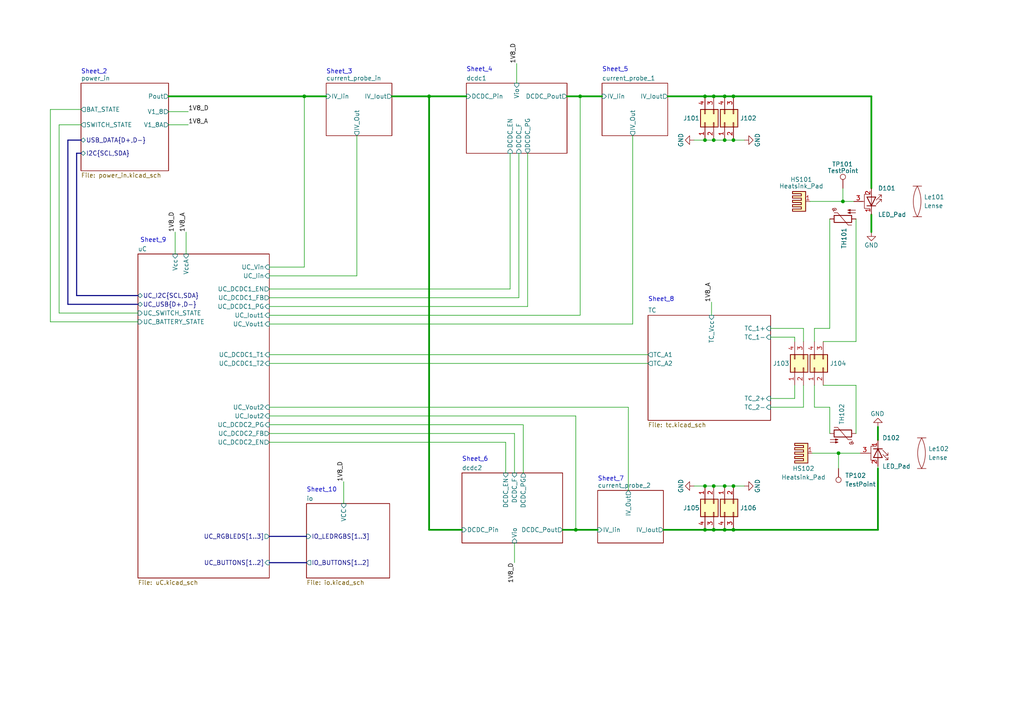
<source format=kicad_sch>
(kicad_sch (version 20211123) (generator eeschema)
  (paper "A4")
  (lib_symbols
    (symbol "Connector:TestPoint" (pin_numbers hide) (pin_names (offset 0.762) hide)
      (property "Reference" "TP" (at 0 6.858 0))
      (property "Value" "TestPoint" (at 0 5.08 0))
      (symbol "TestPoint_0_1"
        (circle (center 0 3.302) (radius 0.762))
      )
      (symbol "TestPoint_1_1"
        (pin passive line (at 0 0 90) (length 2.54) (name "1") (number "1"))
      )
    )
    (symbol "Connector_Generic:Conn_02x02_Counter_Clockwise" (pin_names (offset 1.016) hide)
      (property "Reference" "J" (at 1.27 2.54 0))
      (property "Value" "Conn_02x02_Counter_Clockwise" (at 1.27 -5.08 0))
      (symbol "Conn_02x02_Counter_Clockwise_1_1"
        (rectangle (start -1.27 -2.413) (end 0 -2.667) (stroke (width 0.1524)))
        (rectangle (start -1.27 0.127) (end 0 -0.127) (stroke (width 0.1524)))
        (rectangle (start -1.27 1.27) (end 3.81 -3.81) (stroke (width 0.254)) (fill (type background)))
        (rectangle (start 3.81 -2.413) (end 2.54 -2.667) (stroke (width 0.1524)))
        (rectangle (start 3.81 0.127) (end 2.54 -0.127) (stroke (width 0.1524)))
        (pin passive line (at -5.08 0 0) (length 3.81) (name "Pin_1") (number "1"))
        (pin passive line (at -5.08 -2.54 0) (length 3.81) (name "Pin_2") (number "2"))
        (pin passive line (at 7.62 -2.54 180) (length 3.81) (name "Pin_3") (number "3"))
        (pin passive line (at 7.62 0 180) (length 3.81) (name "Pin_4") (number "4"))
      )
    )
    (symbol "Device:LED_Pad" (pin_names (offset 1.016) hide)
      (property "Reference" "D" (at 0 5.715 0))
      (property "Value" "LED_Pad" (at 0 3.81 0))
      (symbol "LED_Pad_0_1"
        (polyline (pts (xy -1.27 -1.27) (xy -1.27 1.27)) (stroke (width 0.254)))
        (polyline (pts (xy -1.27 0) (xy 1.27 0)))
        (polyline (pts (xy 0 -2.54) (xy 0 -2.032)))
        (polyline (pts (xy -2.032 -0.508) (xy -2.032 -2.032) (xy 2.032 -2.032) (xy 2.032 -0.508)))
        (polyline (pts (xy 1.27 -1.27) (xy 1.27 1.27) (xy -1.27 0) (xy 1.27 -1.27)) (stroke (width 0.254)))
        (polyline (pts (xy -0.889 1.397) (xy 0.635 2.921) (xy -0.127 2.921) (xy 0.635 2.921) (xy 0.635 2.159)))
        (polyline (pts (xy 0.381 1.397) (xy 1.905 2.921) (xy 1.143 2.921) (xy 1.905 2.921) (xy 1.905 2.159)))
      )
      (symbol "LED_Pad_1_1"
        (pin passive line (at -3.81 0 0) (length 2.54) (name "K") (number "1"))
        (pin passive line (at 3.81 0 180) (length 2.54) (name "A") (number "2"))
        (pin passive line (at 0 -5.08 90) (length 2.54) (name "PAD") (number "3"))
      )
    )
    (symbol "Device:Thermistor_PTC" (pin_numbers hide) (pin_names (offset 0))
      (property "Reference" "TH" (at -4.064 0 90))
      (property "Value" "Thermistor_PTC" (at 3.048 0 90))
      (symbol "Thermistor_PTC_0_1"
        (arc (start -3.048 2.159) (mid -3.0495 2.3143) (end -3.175 2.413))
        (arc (start -3.048 2.159) (mid -2.9736 1.9794) (end -2.794 1.905))
        (arc (start -3.048 2.794) (mid -2.9736 2.6144) (end -2.794 2.54))
        (arc (start -2.794 1.905) (mid -2.6144 1.9794) (end -2.54 2.159))
        (arc (start -2.794 2.54) (mid -2.4393 2.5587) (end -2.159 2.794))
        (arc (start -2.794 3.048) (mid -2.9736 2.9736) (end -3.048 2.794))
        (arc (start -2.54 2.794) (mid -2.6144 2.9736) (end -2.794 3.048))
        (rectangle (start -1.016 2.54) (end 1.016 -2.54) (stroke (width 0.254)))
        (polyline (pts (xy -2.54 2.159) (xy -2.54 2.794)))
        (polyline (pts (xy -1.778 2.54) (xy -1.778 1.524) (xy 1.778 -1.524) (xy 1.778 -2.54)))
        (polyline (pts (xy -2.54 -3.683) (xy -2.54 -1.397) (xy -2.794 -2.159) (xy -2.286 -2.159) (xy -2.54 -1.397) (xy -2.54 -1.651)) (fill (type outline)))
        (polyline (pts (xy -1.778 -3.683) (xy -1.778 -1.397) (xy -2.032 -2.159) (xy -1.524 -2.159) (xy -1.778 -1.397) (xy -1.778 -1.651)) (fill (type outline)))
      )
      (symbol "Thermistor_PTC_1_1"
        (pin passive line (at 0 3.81 270) (length 1.27) (name "~") (number "1"))
        (pin passive line (at 0 -3.81 90) (length 1.27) (name "~") (number "2"))
      )
    )
    (symbol "Mechanical:Heatsink_Pad" (pin_names (offset 0))
      (property "Reference" "HS" (at 0 5.715 0))
      (property "Value" "Heatsink_Pad" (at 0 3.81 0))
      (symbol "Heatsink_Pad_0_1"
        (polyline (pts (xy -0.3302 0) (xy -0.9652 0) (xy -0.9652 2.54) (xy -1.6002 2.54) (xy -1.6002 0) (xy -2.2352 0) (xy -2.2352 2.54) (xy -2.8702 2.54) (xy -2.8702 -1.27) (xy -0.9652 -1.27)) (stroke (width 0.254)) (fill (type background)))
        (polyline (pts (xy -0.3302 0) (xy -0.3302 2.54) (xy 0.3048 2.54) (xy 0.3048 0) (xy 0.9398 0) (xy 0.9398 2.54) (xy 1.5748 2.54) (xy 1.5748 0) (xy 2.2098 0) (xy 2.2098 2.54) (xy 2.8448 2.54) (xy 2.8448 -1.27) (xy -0.9652 -1.27)) (stroke (width 0.254)) (fill (type background)))
      )
      (symbol "Heatsink_Pad_1_1"
        (pin passive line (at 0 -2.54 90) (length 1.27) (name "~") (number "1"))
      )
    )
    (symbol "lamp_devboard_lib:Lense"
      (property "Reference" "Le" (at -2.54 5.715 0))
      (property "Value" "Lense" (at 3.175 5.715 0))
      (symbol "Lense_0_1"
        (arc (start 0 -4.445) (mid 1.0546 0) (end 0 4.445))
        (polyline (pts (xy -1.27 -4.445) (xy 1.27 -4.445)))
        (polyline (pts (xy -1.27 4.445) (xy 1.27 4.445)) (fill (type background)))
        (arc (start 0 4.445) (mid -1.1668 0) (end 0 -4.445))
      )
    )
    (symbol "power:GND" (power) (pin_names (offset 0))
      (property "Value" "GND" (at 0 -3.81 0))
      (symbol "GND_0_1"
        (polyline (pts (xy 0 0) (xy 0 -1.27) (xy 1.27 -1.27) (xy 0 -2.54) (xy -1.27 -1.27) (xy 0 -1.27)))
      )
      (symbol "GND_1_1"
        (pin power_in line (at 0 0 270) (length 0) hide (name "GND") (number "1"))
      )
    )
  )
  (junction (at 210.185 27.94))
  (junction (at 167.005 153.67))
  (junction (at 212.725 140.97))
  (junction (at 212.725 153.67))
  (junction (at 168.275 27.94))
  (junction (at 207.01 153.67))
  (junction (at 212.725 27.94))
  (junction (at 243.205 131.445))
  (junction (at 210.185 153.67))
  (junction (at 210.185 40.64))
  (junction (at 207.01 140.97))
  (junction (at 88.265 27.94))
  (junction (at 124.46 27.94))
  (junction (at 207.01 27.94))
  (junction (at 204.47 27.94))
  (junction (at 244.475 58.42))
  (junction (at 210.185 140.97))
  (junction (at 207.01 40.64))
  (junction (at 212.725 40.64))
  (junction (at 204.47 153.67))
  (junction (at 204.47 140.97))
  (junction (at 204.47 40.64))
  (wire (pts (xy 14.605 93.345) (xy 40.005 93.345)))
  (wire (pts (xy 150.495 44.45) (xy 150.495 86.36)))
  (wire (pts (xy 192.405 153.67) (xy 204.47 153.67)) (stroke (width 0.5)))
  (wire (pts (xy 210.185 27.94) (xy 212.725 27.94)) (stroke (width 0.5)))
  (wire (pts (xy 78.105 88.9) (xy 153.035 88.9)))
  (wire (pts (xy 147.955 83.82) (xy 147.955 44.45)))
  (wire (pts (xy 236.22 111.76) (xy 236.22 118.11)))
  (wire (pts (xy 167.005 153.67) (xy 173.355 153.67)) (stroke (width 0.5)))
  (bus (pts (xy 78.105 155.575) (xy 88.9 155.575)))
  (wire (pts (xy 201.295 40.64) (xy 204.47 40.64)))
  (wire (pts (xy 48.895 36.195) (xy 54.61 36.195)))
  (wire (pts (xy 124.46 27.94) (xy 135.255 27.94)) (stroke (width 0.5)))
  (wire (pts (xy 212.725 153.67) (xy 254.635 153.67)) (stroke (width 0.5)))
  (wire (pts (xy 240.665 63.5) (xy 240.665 95.25)))
  (bus (pts (xy 78.105 163.195) (xy 88.9 163.195)))
  (bus (pts (xy 23.495 44.45) (xy 22.225 44.45)))
  (wire (pts (xy 193.675 27.94) (xy 204.47 27.94)) (stroke (width 0.5)))
  (wire (pts (xy 78.105 118.11) (xy 182.245 118.11)))
  (wire (pts (xy 78.105 125.73) (xy 149.225 125.73)))
  (wire (pts (xy 78.105 77.47) (xy 88.265 77.47)))
  (wire (pts (xy 88.265 77.47) (xy 88.265 27.94)))
  (wire (pts (xy 113.665 27.94) (xy 124.46 27.94)) (stroke (width 0.5)))
  (bus (pts (xy 19.685 88.265) (xy 40.005 88.265)))
  (wire (pts (xy 23.495 36.195) (xy 17.145 36.195)))
  (wire (pts (xy 252.73 62.23) (xy 252.73 67.31)) (stroke (width 0.5)))
  (wire (pts (xy 207.01 153.67) (xy 210.185 153.67)) (stroke (width 0.5)))
  (wire (pts (xy 207.01 27.94) (xy 210.185 27.94)) (stroke (width 0.5)))
  (wire (pts (xy 167.005 120.65) (xy 167.005 153.67)))
  (wire (pts (xy 210.185 153.67) (xy 212.725 153.67)) (stroke (width 0.5)))
  (wire (pts (xy 124.46 27.94) (xy 124.46 153.67)) (stroke (width 0.5)))
  (wire (pts (xy 78.105 120.65) (xy 167.005 120.65)))
  (wire (pts (xy 48.895 32.385) (xy 54.61 32.385)))
  (wire (pts (xy 149.225 157.48) (xy 149.225 163.195)))
  (wire (pts (xy 248.285 111.76) (xy 248.285 125.73)))
  (wire (pts (xy 204.47 27.94) (xy 207.01 27.94)) (stroke (width 0.5)))
  (wire (pts (xy 124.46 153.67) (xy 133.985 153.67)) (stroke (width 0.5)))
  (wire (pts (xy 254.635 153.67) (xy 254.635 135.89)) (stroke (width 0.5)))
  (wire (pts (xy 88.265 27.94) (xy 94.615 27.94)) (stroke (width 0.5)))
  (wire (pts (xy 243.205 131.445) (xy 249.555 131.445)))
  (wire (pts (xy 183.515 39.37) (xy 183.515 93.98)))
  (wire (pts (xy 146.685 128.27) (xy 146.685 137.16)))
  (wire (pts (xy 78.105 102.87) (xy 187.96 102.87)))
  (wire (pts (xy 230.505 97.79) (xy 223.52 97.79)))
  (wire (pts (xy 99.695 146.05) (xy 99.695 139.7)))
  (wire (pts (xy 240.665 118.11) (xy 240.665 125.73)))
  (wire (pts (xy 233.045 118.11) (xy 223.52 118.11)))
  (wire (pts (xy 204.47 40.64) (xy 207.01 40.64)))
  (wire (pts (xy 168.275 27.94) (xy 168.275 91.44)))
  (wire (pts (xy 252.73 27.94) (xy 252.73 54.61)) (stroke (width 0.5)))
  (wire (pts (xy 248.285 63.5) (xy 248.285 99.06)))
  (wire (pts (xy 243.205 131.445) (xy 235.585 131.445)))
  (wire (pts (xy 149.225 125.73) (xy 149.225 137.16)))
  (wire (pts (xy 254.635 123.825) (xy 254.635 127.635)) (stroke (width 0.5)))
  (wire (pts (xy 230.505 99.06) (xy 230.505 97.79)))
  (wire (pts (xy 210.185 40.64) (xy 212.725 40.64)))
  (wire (pts (xy 254.635 135.89) (xy 254.635 135.255)))
  (wire (pts (xy 153.035 44.45) (xy 153.035 88.9)))
  (wire (pts (xy 201.295 140.97) (xy 204.47 140.97)))
  (wire (pts (xy 17.145 36.195) (xy 17.145 90.805)))
  (wire (pts (xy 244.475 58.42) (xy 234.95 58.42)))
  (wire (pts (xy 48.895 27.94) (xy 88.265 27.94)) (stroke (width 0.5)))
  (wire (pts (xy 207.01 40.64) (xy 210.185 40.64)))
  (wire (pts (xy 206.375 87.63) (xy 206.375 91.44)))
  (wire (pts (xy 204.47 140.97) (xy 207.01 140.97)))
  (wire (pts (xy 14.605 31.75) (xy 14.605 93.345)))
  (wire (pts (xy 212.725 27.94) (xy 252.73 27.94)) (stroke (width 0.5)))
  (wire (pts (xy 233.045 111.76) (xy 233.045 118.11)))
  (wire (pts (xy 163.195 153.67) (xy 167.005 153.67)) (stroke (width 0.5)))
  (wire (pts (xy 50.8 73.66) (xy 50.8 67.31)))
  (wire (pts (xy 149.86 24.13) (xy 149.86 18.415)))
  (wire (pts (xy 238.76 111.76) (xy 248.285 111.76)))
  (wire (pts (xy 53.975 73.66) (xy 53.975 67.31)))
  (wire (pts (xy 230.505 111.76) (xy 230.505 115.57)))
  (wire (pts (xy 212.725 140.97) (xy 215.9 140.97)))
  (wire (pts (xy 212.725 40.64) (xy 215.9 40.64)))
  (wire (pts (xy 151.765 123.19) (xy 151.765 137.16)))
  (wire (pts (xy 78.105 93.98) (xy 183.515 93.98)))
  (wire (pts (xy 236.22 95.25) (xy 240.665 95.25)))
  (wire (pts (xy 103.505 39.37) (xy 103.505 80.01)))
  (wire (pts (xy 204.47 153.67) (xy 207.01 153.67)) (stroke (width 0.5)))
  (wire (pts (xy 243.205 131.445) (xy 243.205 135.89)))
  (wire (pts (xy 78.105 105.41) (xy 187.96 105.41)))
  (wire (pts (xy 78.105 86.36) (xy 150.495 86.36)))
  (wire (pts (xy 207.01 140.97) (xy 210.185 140.97)))
  (wire (pts (xy 78.105 83.82) (xy 147.955 83.82)))
  (wire (pts (xy 230.505 115.57) (xy 223.52 115.57)))
  (wire (pts (xy 23.495 31.75) (xy 14.605 31.75)))
  (wire (pts (xy 207.01 27.94) (xy 210.185 27.94)))
  (wire (pts (xy 236.22 118.11) (xy 240.665 118.11)))
  (wire (pts (xy 233.045 99.06) (xy 233.045 95.25)))
  (wire (pts (xy 17.145 90.805) (xy 40.005 90.805)))
  (wire (pts (xy 78.105 123.19) (xy 151.765 123.19)))
  (wire (pts (xy 207.01 153.67) (xy 204.47 153.67)))
  (wire (pts (xy 78.105 91.44) (xy 168.275 91.44)))
  (bus (pts (xy 19.685 40.64) (xy 19.685 88.265)))
  (bus (pts (xy 23.495 40.64) (xy 19.685 40.64)))
  (wire (pts (xy 244.475 54.61) (xy 244.475 58.42)))
  (wire (pts (xy 236.22 99.06) (xy 236.22 95.25)))
  (bus (pts (xy 22.225 44.45) (xy 22.225 85.725)))
  (wire (pts (xy 168.275 27.94) (xy 174.625 27.94)) (stroke (width 0.5)))
  (bus (pts (xy 22.225 85.725) (xy 40.005 85.725)))
  (wire (pts (xy 210.185 140.97) (xy 212.725 140.97)))
  (wire (pts (xy 164.465 27.94) (xy 168.275 27.94)) (stroke (width 0.5)))
  (wire (pts (xy 182.245 118.11) (xy 182.245 142.24)))
  (wire (pts (xy 78.105 80.01) (xy 103.505 80.01)))
  (wire (pts (xy 238.76 99.06) (xy 248.285 99.06)))
  (wire (pts (xy 247.65 58.42) (xy 244.475 58.42)))
  (wire (pts (xy 78.105 128.27) (xy 146.685 128.27)))
  (wire (pts (xy 233.045 95.25) (xy 223.52 95.25)))
  (text "Sheet_8" (at 187.96 87.63 0) (effects (font (size 1.27 1.27)) (justify left bottom)))
  (text "Sheet_9" (at 40.64 70.485 0) (effects (font (size 1.27 1.27)) (justify left bottom)))
  (text "Sheet_6" (at 133.985 133.985 0) (effects (font (size 1.27 1.27)) (justify left bottom)))
  (text "Sheet_5" (at 174.625 20.955 0) (effects (font (size 1.27 1.27)) (justify left bottom)))
  (text "Sheet_4" (at 135.255 20.955 0) (effects (font (size 1.27 1.27)) (justify left bottom)))
  (text "Sheet_10" (at 88.9 142.875 0) (effects (font (size 1.27 1.27)) (justify left bottom)))
  (text "Sheet_7" (at 173.355 139.7 0) (effects (font (size 1.27 1.27)) (justify left bottom)))
  (text "Sheet_2" (at 23.495 21.59 0) (effects (font (size 1.27 1.27)) (justify left bottom)))
  (text "Sheet_3" (at 94.615 21.59 0) (effects (font (size 1.27 1.27)) (justify left bottom)))
  (label "1V8_D" (at 149.86 18.415 90))
  (label "1V8_A" (at 54.61 36.195 0))
  (label "1V8_A" (at 53.975 67.31 90))
  (label "1V8_D" (at 99.695 139.7 90))
  (label "1V8_A" (at 206.375 87.63 90))
  (label "1V8_D" (at 50.8 67.31 90))
  (label "1V8_D" (at 149.225 163.195 270))
  (label "1V8_D" (at 54.61 32.385 0))
  (symbol (lib_id "Connector_Generic:Conn_02x02_Counter_Clockwise") (at 236.22 106.68 90) (unit 1)
    (property "Reference" "J104" (at 240.665 105.41 90) (effects (justify right)))
    (property "Value" "Conn_02x02_Counter_Clockwise" (effects hide))
    (property "Footprint" "Connector_PinHeader_2.54mm:PinHeader_2x02_P2.54mm_Vertical" (effects hide))
  )
  (symbol (lib_id "power:GND") (at 254.635 123.825 0) (mirror x) (unit 1)
    (property "Reference" "#PWR0101" (effects hide))
    (property "Value" "GND" (at 256.54 120.015 0) (effects (justify right)))
  )
  (symbol (lib_id "Connector_Generic:Conn_02x02_Counter_Clockwise") (at 210.185 35.56 90) (unit 1)
    (property "Reference" "J102" (at 214.63 34.29 90) (effects (justify right)))
    (property "Value" "Conn_02x02_Counter_Clockwise" (effects hide))
    (property "Footprint" "Connector_PinHeader_2.54mm:PinHeader_2x02_P2.54mm_Vertical" (effects hide))
  )
  (symbol (lib_id "Device:Thermistor_PTC") (at 244.475 125.73 270) (mirror x) (unit 1)
    (property "Reference" "TH102" (at 244.1576 123.19 0) (effects (justify left)))
    (property "Value" "Thermistor_PTC" (effects hide))
    (property "Footprint" "Resistor_SMD:R_0805_2012Metric_Pad1.20x1.40mm_HandSolder" (effects hide))
  )
  (symbol (lib_id "power:GND") (at 215.9 140.97 90) (mirror x) (unit 1)
    (property "Reference" "#PWR0104" (effects hide))
    (property "Value" "GND" (at 219.71 140.97 0))
  )
  (symbol (lib_id "Connector_Generic:Conn_02x02_Counter_Clockwise") (at 204.47 35.56 90) (unit 1)
    (property "Reference" "J101" (at 198.12 34.29 90) (effects (justify right)))
    (property "Value" "Conn_02x02_Counter_Clockwise" (effects hide))
    (property "Footprint" "Connector_PinSocket_2.54mm:PinSocket_2x02_P2.54mm_Horizontal" (effects hide))
  )
  (symbol (lib_id "power:GND") (at 201.295 40.64 270) (unit 1)
    (property "Reference" "#PWR0141" (effects hide))
    (property "Value" "GND" (at 197.485 40.64 0))
  )
  (symbol (lib_id "Mechanical:Heatsink_Pad") (at 232.41 58.42 90) (mirror x) (unit 1)
    (property "Reference" "HS101" (at 232.41 52.07 90))
    (property "Value" "Heatsink_Pad" (at 232.41 53.975 90))
    (property "Footprint" "lamp_devboard_lib:ATS-54190R-C1-R0" (effects hide))
  )
  (symbol (lib_id "Connector_Generic:Conn_02x02_Counter_Clockwise") (at 230.505 106.68 90) (unit 1)
    (property "Reference" "J103" (at 224.155 105.41 90) (effects (justify right)))
    (property "Value" "Conn_02x02_Counter_Clockwise" (effects hide))
    (property "Footprint" "Connector_PinSocket_2.54mm:PinSocket_2x02_P2.54mm_Horizontal" (effects hide))
  )
  (symbol (lib_id "power:GND") (at 201.295 140.97 270) (mirror x) (unit 1)
    (property "Reference" "#PWR0102" (effects hide))
    (property "Value" "GND" (at 197.485 140.97 0))
  )
  (symbol (lib_id "Connector:TestPoint") (at 244.475 54.61 0) (mirror y) (unit 1)
    (property "Reference" "TP101" (at 241.3 47.625 0) (effects (justify right)))
    (property "Value" "TestPoint" (at 240.03 49.53 0) (effects (justify right)))
  )
  (symbol (lib_id "Device:LED_Pad") (at 254.635 131.445 270) (unit 1)
    (property "Reference" "D102" (at 255.905 127 90) (effects (justify left)))
    (property "Value" "LED_Pad" (at 255.905 135.255 90) (effects (justify left)))
    (property "Footprint" "LED_SMD:LED_Cree-XHP50_6V" (effects hide))
  )
  (symbol (lib_id "power:GND") (at 252.73 67.31 0) (unit 1)
    (property "Reference" "#PWR0103" (effects hide))
    (property "Value" "GND" (at 252.73 71.12 0))
  )
  (symbol (lib_id "Connector_Generic:Conn_02x02_Counter_Clockwise") (at 204.47 146.05 90) (mirror x) (unit 1)
    (property "Reference" "J105" (at 198.12 147.32 90) (effects (justify right)))
    (property "Value" "Conn_02x02_Counter_Clockwise" (effects hide))
    (property "Footprint" "Connector_PinSocket_2.54mm:PinSocket_2x02_P2.54mm_Horizontal" (effects hide))
  )
  (symbol (lib_id "lamp_devboard_lib:Lense") (at 266.065 58.42 0) (unit 1)
    (property "Reference" "Le101" (at 267.97 57.1499 0) (effects (justify left)))
    (property "Value" "Lense" (at 267.97 59.6899 0) (effects (justify left)))
    (property "Footprint" "lamp_devboard_lib:EMILY" (effects hide))
  )
  (symbol (lib_id "Mechanical:Heatsink_Pad") (at 233.045 131.445 90) (mirror x) (unit 1)
    (property "Reference" "HS102" (at 233.045 135.89 90))
    (property "Value" "Heatsink_Pad" (at 233.045 138.43 90))
    (property "Footprint" "lamp_devboard_lib:ATS-54190R-C1-R0" (effects hide))
  )
  (symbol (lib_id "Connector:TestPoint") (at 243.205 135.89 180) (unit 1)
    (property "Reference" "TP102" (at 245.11 137.9219 0) (effects (justify right)))
    (property "Value" "TestPoint" (at 245.11 140.4619 0) (effects (justify right)))
  )
  (symbol (lib_id "power:GND") (at 215.9 40.64 90) (unit 1)
    (property "Reference" "#PWR0142" (effects hide))
    (property "Value" "GND" (at 219.71 40.64 0))
  )
  (symbol (lib_id "Device:LED_Pad") (at 252.73 58.42 270) (mirror x) (unit 1)
    (property "Reference" "D101" (at 254.635 54.61 90) (effects (justify left)))
    (property "Value" "LED_Pad" (at 254.635 62.23 90) (effects (justify left)))
    (property "Footprint" "LED_SMD:LED_Cree-XHP50_6V" (effects hide))
  )
  (symbol (lib_id "lamp_devboard_lib:Lense") (at 267.335 131.445 0) (unit 1)
    (property "Reference" "Le102" (at 269.24 130.1749 0) (effects (justify left)))
    (property "Value" "Lense" (at 269.24 132.7149 0) (effects (justify left)))
    (property "Footprint" "lamp_devboard_lib:EMILY" (effects hide))
  )
  (symbol (lib_id "Connector_Generic:Conn_02x02_Counter_Clockwise") (at 210.185 146.05 90) (mirror x) (unit 1)
    (property "Reference" "J106" (at 214.63 147.32 90) (effects (justify right)))
    (property "Value" "Conn_02x02_Counter_Clockwise" (effects hide))
    (property "Footprint" "Connector_PinHeader_2.54mm:PinHeader_2x02_P2.54mm_Vertical" (effects hide))
  )
  (symbol (lib_id "Device:Thermistor_PTC") (at 244.475 63.5 90) (mirror x) (unit 1)
    (property "Reference" "TH101" (at 244.7924 66.04 0) (effects (justify left)))
    (property "Value" "Thermistor_PTC" (effects hide))
    (property "Footprint" "Resistor_SMD:R_0805_2012Metric_Pad1.20x1.40mm_HandSolder" (effects hide))
  )
  (sheet (at 187.96 91.44) (size 35.56 30.48) (stroke (width 0.1524))
    (property "Sheet name" "TC" (at 187.96 90.7284 0) (effects (justify left bottom)))
    (property "Sheet file" "tc.kicad_sch" (at 187.96 122.5046 0) (effects (justify left top)))
    (pin "TC_2-" input (at 223.52 118.11 0))
    (pin "TC_2+" input (at 223.52 115.57 0))
    (pin "TC_1+" input (at 223.52 95.25 0))
    (pin "TC_1-" input (at 223.52 97.79 0))
    (pin "TC_A1" output (at 187.96 102.87 180))
    (pin "TC_A2" output (at 187.96 105.41 180))
    (pin "TC_Vcc" input (at 206.375 91.44 90))
  )
  (sheet (at 23.495 24.13) (size 25.4 25.4) (stroke (width 0.1524))
    (property "Sheet name" "power_in" (at 23.495 23.4184 0) (effects (justify left bottom)))
    (property "Sheet file" "power_in.kicad_sch" (at 23.495 50.1146 0) (effects (justify left top)))
    (pin "Pout" output (at 48.895 27.94 0))
    (pin "V1_8" output (at 48.895 32.385 0))
    (pin "V1_8A" output (at 48.895 36.195 0))
    (pin "I2C{SCL,SDA}" bidirectional (at 23.495 44.45 180))
    (pin "USB_DATA{D+,D-}" bidirectional (at 23.495 40.64 180))
    (pin "SWITCH_STATE" output (at 23.495 36.195 180))
    (pin "BAT_STATE" output (at 23.495 31.75 180))
  )
  (sheet (at 133.985 137.16) (size 29.21 20.32) (stroke (width 0.1524))
    (property "Sheet name" "dcdc2" (at 133.985 136.4484 0) (effects (justify left bottom)))
    (property "Sheet file" "dcdc.kicad_sch" (effects hide))
    (pin "DCDC_EN" input (at 146.685 137.16 90))
    (pin "DCDC_PG" output (at 151.765 137.16 90))
    (pin "DCDC_F" input (at 149.225 137.16 90))
    (pin "DCDC_Pin" input (at 133.985 153.67 180))
    (pin "DCDC_Pout" output (at 163.195 153.67 0))
    (pin "Vio" input (at 149.225 157.48 270))
  )
  (sheet (at 135.255 24.13) (size 29.21 20.32) (stroke (width 0.1524))
    (property "Sheet name" "dcdc1" (at 135.255 23.4184 0) (effects (justify left bottom)))
    (property "Sheet file" "dcdc.kicad_sch" (effects hide))
    (pin "DCDC_EN" input (at 147.955 44.45 270))
    (pin "DCDC_PG" output (at 153.035 44.45 270))
    (pin "DCDC_F" input (at 150.495 44.45 270))
    (pin "DCDC_Pin" input (at 135.255 27.94 180))
    (pin "DCDC_Pout" output (at 164.465 27.94 0))
    (pin "Vio" input (at 149.86 24.13 90))
  )
  (sheet (at 88.9 146.05) (size 24.13 21.59) (stroke (width 0.1524))
    (property "Sheet name" "io" (at 88.9 145.3384 0) (effects (justify left bottom)))
    (property "Sheet file" "io.kicad_sch" (at 88.9 168.2246 0) (effects (justify left top)))
    (pin "VCC" input (at 99.695 146.05 90))
    (pin "IO_LEDRGBS[1..3]" input (at 88.9 155.575 180))
    (pin "IO_BUTTONS[1..2]" output (at 88.9 163.195 180))
  )
  (sheet (at 40.005 73.66) (size 38.1 93.98) (stroke (width 0.1524))
    (property "Sheet name" "uC" (at 40.005 72.9484 0) (effects (justify left bottom)))
    (property "Sheet file" "uC.kicad_sch" (at 40.005 168.2246 0) (effects (justify left top)))
    (pin "UC_Vin" input (at 78.105 77.47 0))
    (pin "UC_Iin" input (at 78.105 80.01 0))
    (pin "UC_Vout2" input (at 78.105 118.11 0))
    (pin "UC_Iout2" input (at 78.105 120.65 0))
    (pin "UC_DCDC1_PG" input (at 78.105 88.9 0))
    (pin "UC_DCDC1_FB" output (at 78.105 86.36 0))
    (pin "UC_DCDC2_EN" output (at 78.105 128.27 0))
    (pin "UC_Iout1" input (at 78.105 91.44 0))
    (pin "UC_Vout1" input (at 78.105 93.98 0))
    (pin "UC_DCDC1_EN" output (at 78.105 83.82 0))
    (pin "UC_DCDC2_FB" output (at 78.105 125.73 0))
    (pin "UC_DCDC2_PG" input (at 78.105 123.19 0))
    (pin "Vcc" input (at 50.8 73.66 90))
    (pin "VccA" input (at 53.975 73.66 90))
    (pin "UC_DCDC1_T1" input (at 78.105 102.87 0))
    (pin "UC_DCDC1_T2" input (at 78.105 105.41 0))
    (pin "UC_I2C{SCL,SDA}" bidirectional (at 40.005 85.725 180))
    (pin "UC_USB{D+,D-}" bidirectional (at 40.005 88.265 180))
    (pin "UC_BATTERY_STATE" input (at 40.005 93.345 180))
    (pin "UC_SWITCH_STATE" input (at 40.005 90.805 180))
    (pin "UC_BUTTONS[1..2]" input (at 78.105 163.195 0))
    (pin "UC_RGBLEDS[1..3]" output (at 78.105 155.575 0))
  )
  (sheet (at 174.625 24.13) (size 19.05 15.24) (stroke (width 0.1524))
    (property "Sheet name" "current_probe_1" (at 174.625 23.4184 0) (effects (justify left bottom)))
    (property "Sheet file" "current_probe.kicad_sch" (effects hide))
    (pin "IV_Out" output (at 183.515 39.37 270))
    (pin "IV_Iin" input (at 174.625 27.94 180))
    (pin "IV_Iout" output (at 193.675 27.94 0))
  )
  (sheet (at 94.615 24.13) (size 19.05 15.24) (stroke (width 0.1524))
    (property "Sheet name" "current_probe_in" (at 94.615 23.4184 0) (effects (justify left bottom)))
    (property "Sheet file" "current_probe.kicad_sch" (effects hide))
    (pin "IV_Out" output (at 103.505 39.37 270))
    (pin "IV_Iin" input (at 94.615 27.94 180))
    (pin "IV_Iout" output (at 113.665 27.94 0))
  )
  (sheet (at 173.355 142.24) (size 19.05 15.24) (stroke (width 0.1524))
    (property "Sheet name" "current_probe_2" (at 173.355 141.5284 0) (effects (justify left bottom)))
    (property "Sheet file" "current_probe.kicad_sch" (effects hide))
    (pin "IV_Out" output (at 182.245 142.24 90))
    (pin "IV_Iin" input (at 173.355 153.67 180))
    (pin "IV_Iout" output (at 192.405 153.67 0))
  )
)
</source>
